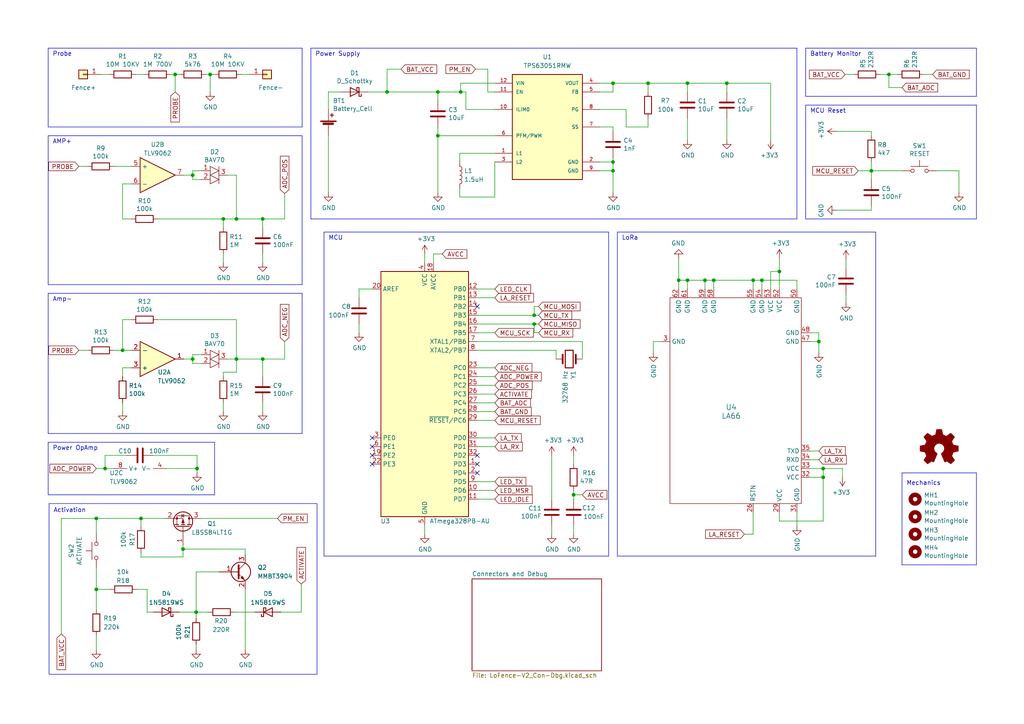
<source format=kicad_sch>
(kicad_sch (version 20230121) (generator eeschema)
  (paper "A4")
  (title_block (title "LoFence V2") (rev "0.2"))
  (junction (at 237.49 99.06))
  (junction (at 64.77 63.5))
  (junction (at 252.73 49.53))
  (junction (at 218.44 81.28))
  (junction (at 187.96 24.13))
  (junction (at 27.94 150.368))
  (junction (at 56.896 177.546))
  (junction (at 177.8 49.53))
  (junction (at 154.94 91.44))
  (junction (at 53.086 159.258))
  (junction (at 68.58 104.14))
  (junction (at 154.94 93.98))
  (junction (at 60.96 21.59))
  (junction (at 50.8 21.59))
  (junction (at 196.85 81.28))
  (junction (at 55.88 104.14))
  (junction (at 207.01 81.28))
  (junction (at 35.56 101.6))
  (junction (at 57.15 135.89))
  (junction (at 226.06 78.74))
  (junction (at 204.47 81.28))
  (junction (at 257.81 21.59))
  (junction (at 55.88 50.8))
  (junction (at 30.48 135.89))
  (junction (at 199.39 81.28))
  (junction (at 127 26.67))
  (junction (at 40.894 150.368))
  (junction (at 177.8 46.99))
  (junction (at 68.58 63.5))
  (junction (at 220.98 81.28))
  (junction (at 76.2 63.5))
  (junction (at 76.2 104.14))
  (junction (at 238.76 138.43))
  (junction (at 166.37 143.51))
  (junction (at 199.39 24.13))
  (junction (at 210.82 24.13))
  (junction (at 112.268 26.67))
  (junction (at 177.8 24.13))
  (junction (at 133.604 26.67))
  (junction (at 27.94 170.942))
  (junction (at 127 39.37))
  (junction (at 238.76 135.89))
  (no_connect (at 138.43 134.62))
  (no_connect (at 138.43 88.9))
  (no_connect (at 107.95 134.62))
  (no_connect (at 138.43 137.16))
  (no_connect (at 138.43 132.08))
  (no_connect (at 107.95 129.54))
  (no_connect (at 107.95 132.08))
  (no_connect (at 107.95 127))
  (wire (pts (xy 156.21 88.9) (xy 154.94 88.9)))
  (wire (pts (xy 112.268 20.066) (xy 112.268 26.67)))
  (wire (pts (xy 168.91 99.06) (xy 168.91 104.14)))
  (polyline (pts (xy 13.97 39.37) (xy 13.97 82.55)))
  (wire (pts (xy 173.99 31.75) (xy 181.61 31.75)))
  (polyline (pts (xy 283.21 163.83) (xy 283.21 137.16)))
  (wire (pts (xy 143.51 46.99) (xy 143.51 57.15)))
  (wire (pts (xy 56.896 177.546) (xy 56.896 179.324)))
  (wire (pts (xy 181.61 36.83) (xy 181.61 31.75)))
  (wire (pts (xy 35.56 63.5) (xy 38.1 63.5)))
  (wire (pts (xy 226.06 148.59) (xy 226.06 151.13)))
  (wire (pts (xy 64.77 116.84) (xy 64.77 119.38)))
  (wire (pts (xy 95.25 26.67) (xy 99.06 26.67)))
  (wire (pts (xy 133.35 46.99) (xy 133.35 44.45)))
  (wire (pts (xy 30.48 132.08) (xy 36.83 132.08)))
  (wire (pts (xy 187.96 24.13) (xy 177.8 24.13)))
  (wire (pts (xy 68.58 92.71) (xy 45.72 92.71)))
  (wire (pts (xy 138.43 142.24) (xy 143.51 142.24)))
  (wire (pts (xy 35.56 101.6) (xy 38.1 101.6)))
  (wire (pts (xy 27.94 150.368) (xy 40.894 150.368)))
  (polyline (pts (xy 283.21 30.48) (xy 283.21 63.5)))
  (wire (pts (xy 166.37 144.78) (xy 166.37 143.51)))
  (wire (pts (xy 204.47 83.82) (xy 204.47 81.28)))
  (wire (pts (xy 38.1 53.34) (xy 35.56 53.34)))
  (polyline (pts (xy 87.63 36.83) (xy 13.97 36.83)))
  (wire (pts (xy 63.5 165.862) (xy 56.896 165.862)))
  (wire (pts (xy 218.44 83.82) (xy 218.44 81.28)))
  (polyline (pts (xy 87.63 13.97) (xy 13.97 13.97)))
  (wire (pts (xy 143.51 86.36) (xy 138.43 86.36)))
  (wire (pts (xy 220.98 83.82) (xy 220.98 81.28)))
  (wire (pts (xy 64.77 76.2) (xy 64.77 73.66)))
  (wire (pts (xy 35.56 101.6) (xy 33.02 101.6)))
  (wire (pts (xy 82.55 56.134) (xy 82.55 63.5)))
  (wire (pts (xy 53.086 157.988) (xy 53.086 159.258)))
  (polyline (pts (xy 233.68 30.48) (xy 283.21 30.48)))
  (wire (pts (xy 207.01 81.28) (xy 204.47 81.28)))
  (wire (pts (xy 55.88 52.07) (xy 55.88 50.8)))
  (wire (pts (xy 76.2 73.66) (xy 76.2 76.2)))
  (wire (pts (xy 252.73 49.53) (xy 252.73 52.07)))
  (wire (pts (xy 66.04 104.14) (xy 68.58 104.14)))
  (polyline (pts (xy 176.53 161.29) (xy 93.98 161.29)))
  (wire (pts (xy 123.19 152.4) (xy 123.19 154.94)))
  (wire (pts (xy 35.56 119.38) (xy 35.56 116.84)))
  (polyline (pts (xy 87.63 125.73) (xy 13.97 125.73)))
  (wire (pts (xy 245.364 87.884) (xy 245.364 85.344)))
  (wire (pts (xy 177.8 26.67) (xy 177.8 24.13)))
  (polyline (pts (xy 283.21 27.94) (xy 233.68 27.94)))
  (wire (pts (xy 133.35 57.15) (xy 133.35 54.61)))
  (wire (pts (xy 30.48 135.89) (xy 30.48 132.08)))
  (wire (pts (xy 199.39 83.82) (xy 199.39 81.28)))
  (wire (pts (xy 44.45 132.08) (xy 57.15 132.08)))
  (wire (pts (xy 76.2 66.04) (xy 76.2 63.5)))
  (wire (pts (xy 173.99 36.83) (xy 177.8 36.83)))
  (wire (pts (xy 64.77 63.5) (xy 64.77 66.04)))
  (wire (pts (xy 207.01 83.82) (xy 207.01 81.28)))
  (wire (pts (xy 138.43 99.06) (xy 168.91 99.06)))
  (polyline (pts (xy 13.97 39.37) (xy 87.63 39.37)))
  (wire (pts (xy 55.88 104.14) (xy 53.34 104.14)))
  (wire (pts (xy 238.76 151.13) (xy 238.76 138.43)))
  (wire (pts (xy 161.29 101.6) (xy 161.29 104.14)))
  (wire (pts (xy 143.51 31.75) (xy 135.128 31.75)))
  (wire (pts (xy 257.81 25.4) (xy 261.62 25.4)))
  (wire (pts (xy 199.39 26.67) (xy 199.39 24.13)))
  (wire (pts (xy 76.2 109.22) (xy 76.2 104.14)))
  (polyline (pts (xy 254 67.31) (xy 179.07 67.31)))
  (polyline (pts (xy 231.14 63.5) (xy 231.14 13.97)))
  (wire (pts (xy 48.26 135.89) (xy 57.15 135.89)))
  (wire (pts (xy 116.332 20.066) (xy 112.268 20.066)))
  (wire (pts (xy 55.88 49.53) (xy 55.88 50.8)))
  (wire (pts (xy 247.65 21.59) (xy 245.11 21.59)))
  (wire (pts (xy 40.894 150.368) (xy 48.006 150.368)))
  (wire (pts (xy 237.49 133.35) (xy 234.95 133.35)))
  (wire (pts (xy 223.52 83.82) (xy 223.52 78.74)))
  (wire (pts (xy 87.376 169.418) (xy 87.376 177.546)))
  (wire (pts (xy 35.56 92.71) (xy 35.56 101.6)))
  (wire (pts (xy 257.81 25.4) (xy 257.81 21.59)))
  (wire (pts (xy 234.95 96.52) (xy 237.49 96.52)))
  (wire (pts (xy 58.42 105.41) (xy 55.88 105.41)))
  (wire (pts (xy 141.478 20.066) (xy 141.478 26.67)))
  (wire (pts (xy 135.128 31.75) (xy 135.128 26.67)))
  (wire (pts (xy 271.78 49.53) (xy 278.13 49.53)))
  (wire (pts (xy 143.51 57.15) (xy 133.35 57.15)))
  (wire (pts (xy 53.086 159.258) (xy 71.12 159.258)))
  (polyline (pts (xy 62.23 128.27) (xy 13.97 128.27)))
  (wire (pts (xy 49.53 21.59) (xy 50.8 21.59)))
  (wire (pts (xy 38.1 106.68) (xy 35.56 106.68)))
  (wire (pts (xy 187.96 34.29) (xy 187.96 36.83)))
  (wire (pts (xy 143.51 127) (xy 138.43 127)))
  (wire (pts (xy 39.37 21.59) (xy 41.91 21.59)))
  (wire (pts (xy 64.77 107.95) (xy 68.58 107.95)))
  (polyline (pts (xy 283.21 63.5) (xy 233.68 63.5)))
  (wire (pts (xy 64.77 63.5) (xy 68.58 63.5)))
  (wire (pts (xy 76.2 104.14) (xy 68.58 104.14)))
  (polyline (pts (xy 231.14 63.5) (xy 90.17 63.5)))
  (wire (pts (xy 143.51 129.54) (xy 138.43 129.54)))
  (wire (pts (xy 143.51 121.92) (xy 138.43 121.92)))
  (polyline (pts (xy 87.63 82.55) (xy 13.97 82.55)))
  (wire (pts (xy 55.88 50.8) (xy 53.34 50.8)))
  (polyline (pts (xy 283.21 27.94) (xy 283.21 13.97)))
  (wire (pts (xy 154.94 88.9) (xy 154.94 91.44)))
  (wire (pts (xy 168.91 143.51) (xy 166.37 143.51)))
  (wire (pts (xy 76.2 104.14) (xy 82.55 104.14)))
  (wire (pts (xy 226.06 74.93) (xy 226.06 78.74)))
  (wire (pts (xy 27.94 184.404) (xy 27.94 188.468)))
  (wire (pts (xy 35.56 106.68) (xy 35.56 109.22)))
  (wire (pts (xy 218.44 81.28) (xy 207.01 81.28)))
  (wire (pts (xy 141.478 26.67) (xy 143.51 26.67)))
  (wire (pts (xy 107.95 83.82) (xy 104.14 83.82)))
  (wire (pts (xy 237.49 130.81) (xy 234.95 130.81)))
  (wire (pts (xy 252.73 49.53) (xy 261.62 49.53)))
  (wire (pts (xy 27.94 164.846) (xy 27.94 170.942)))
  (polyline (pts (xy 179.07 161.29) (xy 179.07 67.31)))
  (wire (pts (xy 199.39 81.28) (xy 196.85 81.28)))
  (wire (pts (xy 56.896 177.546) (xy 60.452 177.546)))
  (wire (pts (xy 196.85 74.93) (xy 196.85 81.28)))
  (wire (pts (xy 125.73 73.66) (xy 125.73 76.2)))
  (wire (pts (xy 215.9 154.94) (xy 218.44 154.94)))
  (wire (pts (xy 238.76 135.89) (xy 238.76 138.43)))
  (wire (pts (xy 237.49 96.52) (xy 237.49 99.06)))
  (polyline (pts (xy 13.97 143.51) (xy 62.23 143.51)))
  (wire (pts (xy 270.51 21.59) (xy 267.97 21.59)))
  (wire (pts (xy 82.55 104.14) (xy 82.55 99.06)))
  (wire (pts (xy 52.07 177.546) (xy 56.896 177.546)))
  (wire (pts (xy 237.49 102.362) (xy 237.49 99.06)))
  (wire (pts (xy 138.43 83.82) (xy 143.51 83.82)))
  (wire (pts (xy 138.43 114.3) (xy 143.51 114.3)))
  (wire (pts (xy 257.81 21.59) (xy 260.35 21.59)))
  (wire (pts (xy 127 26.67) (xy 127 29.21)))
  (wire (pts (xy 156.21 96.52) (xy 154.94 96.52)))
  (wire (pts (xy 25.4 101.6) (xy 22.86 101.6)))
  (wire (pts (xy 53.086 159.258) (xy 53.086 161.544)))
  (wire (pts (xy 58.42 52.07) (xy 55.88 52.07)))
  (polyline (pts (xy 13.97 36.83) (xy 13.97 13.97)))
  (wire (pts (xy 35.56 53.34) (xy 35.56 63.5)))
  (wire (pts (xy 27.94 135.89) (xy 30.48 135.89)))
  (wire (pts (xy 104.14 83.82) (xy 104.14 86.36)))
  (wire (pts (xy 189.484 102.362) (xy 189.484 99.06)))
  (wire (pts (xy 39.624 170.942) (xy 42.672 170.942)))
  (wire (pts (xy 87.376 177.546) (xy 81.534 177.546)))
  (polyline (pts (xy 93.98 67.31) (xy 93.98 161.29)))
  (polyline (pts (xy 90.17 13.97) (xy 90.17 63.5)))
  (polyline (pts (xy 13.97 85.09) (xy 87.63 85.09)))
  (wire (pts (xy 127 36.83) (xy 127 39.37)))
  (wire (pts (xy 123.19 76.2) (xy 123.19 73.66)))
  (polyline (pts (xy 87.63 36.83) (xy 87.63 13.97)))
  (wire (pts (xy 143.51 111.76) (xy 138.43 111.76)))
  (wire (pts (xy 76.2 116.84) (xy 76.2 119.38)))
  (wire (pts (xy 138.43 144.78) (xy 143.51 144.78)))
  (wire (pts (xy 210.82 26.67) (xy 210.82 24.13)))
  (wire (pts (xy 50.8 21.59) (xy 52.07 21.59)))
  (wire (pts (xy 60.96 21.59) (xy 62.23 21.59)))
  (wire (pts (xy 231.14 148.59) (xy 231.14 152.654)))
  (polyline (pts (xy 283.21 137.16) (xy 261.62 137.16)))
  (wire (pts (xy 199.39 24.13) (xy 210.82 24.13)))
  (wire (pts (xy 133.604 24.13) (xy 133.604 26.67)))
  (wire (pts (xy 56.896 186.944) (xy 56.896 188.468)))
  (wire (pts (xy 95.25 39.37) (xy 95.25 55.88)))
  (wire (pts (xy 25.4 48.26) (xy 22.86 48.26)))
  (wire (pts (xy 244.348 135.89) (xy 244.348 138.43)))
  (wire (pts (xy 138.43 96.52) (xy 143.51 96.52)))
  (wire (pts (xy 57.15 135.89) (xy 57.15 137.16)))
  (wire (pts (xy 138.43 101.6) (xy 161.29 101.6)))
  (wire (pts (xy 40.894 161.544) (xy 40.894 160.274)))
  (wire (pts (xy 210.82 34.29) (xy 210.82 40.64)))
  (wire (pts (xy 112.268 26.67) (xy 127 26.67)))
  (wire (pts (xy 42.672 170.942) (xy 42.672 177.546)))
  (wire (pts (xy 71.12 160.782) (xy 71.12 159.258)))
  (wire (pts (xy 234.95 135.89) (xy 238.76 135.89)))
  (wire (pts (xy 173.99 49.53) (xy 177.8 49.53)))
  (wire (pts (xy 252.73 60.96) (xy 252.73 59.69)))
  (wire (pts (xy 187.96 24.13) (xy 199.39 24.13)))
  (wire (pts (xy 57.15 132.08) (xy 57.15 135.89)))
  (polyline (pts (xy 13.97 128.27) (xy 13.97 143.51)))
  (wire (pts (xy 154.94 91.44) (xy 156.21 91.44)))
  (wire (pts (xy 66.04 50.8) (xy 68.58 50.8)))
  (wire (pts (xy 166.37 143.51) (xy 166.37 142.24)))
  (wire (pts (xy 226.06 151.13) (xy 238.76 151.13)))
  (wire (pts (xy 59.69 21.59) (xy 60.96 21.59)))
  (wire (pts (xy 177.8 45.72) (xy 177.8 46.99)))
  (wire (pts (xy 166.37 154.94) (xy 166.37 152.4)))
  (wire (pts (xy 38.1 48.26) (xy 33.02 48.26)))
  (wire (pts (xy 42.672 177.546) (xy 44.45 177.546)))
  (wire (pts (xy 56.896 165.862) (xy 56.896 177.546)))
  (wire (pts (xy 223.52 78.74) (xy 226.06 78.74)))
  (wire (pts (xy 137.922 20.066) (xy 141.478 20.066)))
  (polyline (pts (xy 233.68 27.94) (xy 233.68 13.97)))
  (wire (pts (xy 60.96 26.67) (xy 60.96 21.59)))
  (wire (pts (xy 55.88 102.87) (xy 55.88 104.14)))
  (wire (pts (xy 223.52 24.13) (xy 210.82 24.13)))
  (wire (pts (xy 173.99 24.13) (xy 177.8 24.13)))
  (wire (pts (xy 138.43 139.7) (xy 143.51 139.7)))
  (wire (pts (xy 187.96 26.67) (xy 187.96 24.13)))
  (wire (pts (xy 234.95 138.43) (xy 238.76 138.43)))
  (wire (pts (xy 17.78 183.896) (xy 17.78 150.368)))
  (polyline (pts (xy 13.97 85.09) (xy 13.97 125.73)))
  (wire (pts (xy 68.58 50.8) (xy 68.58 63.5)))
  (wire (pts (xy 199.39 34.29) (xy 199.39 40.64)))
  (wire (pts (xy 160.02 154.94) (xy 160.02 152.4)))
  (wire (pts (xy 76.2 63.5) (xy 82.55 63.5)))
  (wire (pts (xy 68.58 92.71) (xy 68.58 104.14)))
  (polyline (pts (xy 261.62 163.83) (xy 283.21 163.83)))
  (wire (pts (xy 252.73 46.99) (xy 252.73 49.53)))
  (wire (pts (xy 127 39.37) (xy 143.51 39.37)))
  (wire (pts (xy 255.27 21.59) (xy 257.81 21.59)))
  (polyline (pts (xy 87.63 82.55) (xy 87.63 39.37)))
  (wire (pts (xy 58.42 49.53) (xy 55.88 49.53)))
  (wire (pts (xy 223.52 40.64) (xy 223.52 24.13)))
  (wire (pts (xy 166.37 134.62) (xy 166.37 132.08)))
  (wire (pts (xy 95.25 26.67) (xy 95.25 31.75)))
  (wire (pts (xy 143.51 109.22) (xy 138.43 109.22)))
  (wire (pts (xy 245.364 77.724) (xy 245.364 75.184)))
  (wire (pts (xy 27.94 170.942) (xy 27.94 176.784)))
  (wire (pts (xy 143.51 106.68) (xy 138.43 106.68)))
  (wire (pts (xy 237.49 99.06) (xy 234.95 99.06)))
  (wire (pts (xy 71.12 170.942) (xy 71.12 188.468)))
  (wire (pts (xy 252.73 38.1) (xy 252.73 39.37)))
  (polyline (pts (xy 254 67.31) (xy 254 161.29)))
  (wire (pts (xy 154.94 93.98) (xy 156.21 93.98)))
  (wire (pts (xy 104.14 96.52) (xy 104.14 93.98)))
  (wire (pts (xy 177.8 46.99) (xy 177.8 49.53)))
  (wire (pts (xy 29.21 21.59) (xy 31.75 21.59)))
  (wire (pts (xy 143.51 24.13) (xy 133.604 24.13)))
  (wire (pts (xy 68.58 107.95) (xy 68.58 104.14)))
  (wire (pts (xy 238.76 135.89) (xy 244.348 135.89)))
  (wire (pts (xy 64.77 109.22) (xy 64.77 107.95)))
  (wire (pts (xy 160.02 144.78) (xy 160.02 132.08)))
  (wire (pts (xy 177.8 36.83) (xy 177.8 38.1)))
  (polyline (pts (xy 93.98 67.31) (xy 176.53 67.31)))
  (wire (pts (xy 173.99 26.67) (xy 177.8 26.67)))
  (wire (pts (xy 55.88 105.41) (xy 55.88 104.14)))
  (wire (pts (xy 189.484 99.06) (xy 191.77 99.06)))
  (wire (pts (xy 196.85 81.28) (xy 196.85 83.82)))
  (wire (pts (xy 218.44 148.59) (xy 218.44 154.94)))
  (polyline (pts (xy 283.21 13.97) (xy 233.68 13.97)))
  (wire (pts (xy 248.92 49.53) (xy 252.73 49.53)))
  (polyline (pts (xy 62.23 143.51) (xy 62.23 128.27)))
  (wire (pts (xy 143.51 119.38) (xy 138.43 119.38)))
  (wire (pts (xy 173.99 46.99) (xy 177.8 46.99)))
  (wire (pts (xy 58.42 102.87) (xy 55.88 102.87)))
  (wire (pts (xy 30.48 135.89) (xy 33.02 135.89)))
  (wire (pts (xy 125.73 73.66) (xy 128.27 73.66)))
  (wire (pts (xy 127 39.37) (xy 127 55.88)))
  (polyline (pts (xy 233.68 30.48) (xy 233.68 63.5)))
  (wire (pts (xy 138.43 93.98) (xy 154.94 93.98)))
  (wire (pts (xy 50.8 21.59) (xy 50.8 26.67)))
  (wire (pts (xy 187.96 36.83) (xy 181.61 36.83)))
  (wire (pts (xy 231.14 83.82) (xy 231.14 81.28)))
  (wire (pts (xy 40.894 150.368) (xy 40.894 152.654)))
  (wire (pts (xy 32.004 170.942) (xy 27.94 170.942)))
  (polyline (pts (xy 90.17 13.97) (xy 231.14 13.97)))
  (wire (pts (xy 58.166 150.368) (xy 80.518 150.368)))
  (wire (pts (xy 231.14 81.28) (xy 220.98 81.28)))
  (wire (pts (xy 204.47 81.28) (xy 199.39 81.28)))
  (polyline (pts (xy 261.62 137.16) (xy 261.62 163.83)))
  (wire (pts (xy 38.1 92.71) (xy 35.56 92.71)))
  (wire (pts (xy 143.51 116.84) (xy 138.43 116.84)))
  (wire (pts (xy 242.57 60.96) (xy 252.73 60.96)))
  (polyline (pts (xy 176.53 67.31) (xy 176.53 161.29)))
  (wire (pts (xy 154.94 96.52) (xy 154.94 93.98)))
  (wire (pts (xy 27.94 150.368) (xy 27.94 154.686)))
  (wire (pts (xy 242.57 38.1) (xy 252.73 38.1)))
  (wire (pts (xy 133.35 44.45) (xy 143.51 44.45)))
  (wire (pts (xy 69.85 21.59) (xy 72.39 21.59)))
  (wire (pts (xy 177.8 49.53) (xy 177.8 55.88)))
  (wire (pts (xy 278.13 49.53) (xy 278.13 55.88)))
  (wire (pts (xy 17.78 150.368) (xy 27.94 150.368)))
  (polyline (pts (xy 87.63 85.09) (xy 87.63 125.73)))
  (wire (pts (xy 226.06 78.74) (xy 226.06 83.82)))
  (polyline (pts (xy 254 161.29) (xy 179.07 161.29)))
  (wire (pts (xy 133.604 26.67) (xy 135.128 26.67)))
  (wire (pts (xy 68.072 177.546) (xy 73.914 177.546)))
  (wire (pts (xy 106.68 26.67) (xy 112.268 26.67)))
  (wire (pts (xy 220.98 81.28) (xy 218.44 81.28)))
  (wire (pts (xy 45.72 63.5) (xy 64.77 63.5)))
  (wire (pts (xy 76.2 63.5) (xy 68.58 63.5)))
  (wire (pts (xy 127 26.67) (xy 133.604 26.67)))
  (wire (pts (xy 40.894 161.544) (xy 53.086 161.544)))
  (wire (pts (xy 138.43 91.44) (xy 154.94 91.44)))
  (rectangle (start 14.224 146.05) (end 91.948 195.58))
  (text "Power Supply" (at 91.44 16.51 0) (effects (font (size 1.27 1.27)) (justify left bottom)))
  (text "Battery Monitor" (at 234.95 16.51 0) (effects (font (size 1.27 1.27)) (justify left bottom)))
  (text "AMP+" (at 15.24 41.91 0) (effects (font (size 1.27 1.27)) (justify left bottom)))
  (text "MCU" (at 95.25 69.85 0) (effects (font (size 1.27 1.27)) (justify left bottom)))
  (text "Mechanics" (at 262.89 140.97 0) (effects (font (size 1.27 1.27)) (justify left bottom)))
  (text "MCU Reset" (at 234.95 33.02 0) (effects (font (size 1.27 1.27)) (justify left bottom)))
  (text "Activation" (at 15.494 148.844 0) (effects (font (size 1.27 1.27)) (justify left bottom)))
  (text "Power OpAmp" (at 15.24 130.81 0) (effects (font (size 1.27 1.27)) (justify left bottom)))
  (text "LoRa" (at 180.34 69.85 0) (effects (font (size 1.27 1.27)) (justify left bottom)))
  (text "Probe" (at 15.24 16.51 0) (effects (font (size 1.27 1.27)) (justify left bottom)))
  (text "Amp-" (at 15.24 87.63 0) (effects (font (size 1.27 1.27)) (justify left bottom)))
  (global_label "LED_MSR" (shape input) (at 143.51 142.24 0) (property "Intersheetrefs" "${INTERSHEET_REFS}" (effects hide)))
  (global_label "ACTIVATE" (shape input) (at 87.376 169.418 90) (property "Intersheetrefs" "${INTERSHEET_REFS}" (effects hide)))
  (global_label "BAT_ADC" (shape input) (at 143.51 116.84 0) (property "Intersheetrefs" "${INTERSHEET_REFS}" (effects hide)))
  (global_label "ADC_POWER" (shape input) (at 27.94 135.89 180) (property "Intersheetrefs" "${INTERSHEET_REFS}" (effects hide)))
  (global_label "BAT_VCC" (shape input) (at 245.11 21.59 180) (property "Intersheetrefs" "${INTERSHEET_REFS}" (effects hide)))
  (global_label "MCU_RX" (shape input) (at 156.21 96.52 0) (property "Intersheetrefs" "${INTERSHEET_REFS}" (effects hide)))
  (global_label "ADC_POS" (shape input) (at 82.55 56.134 90) (property "Intersheetrefs" "${INTERSHEET_REFS}" (effects hide)))
  (global_label "LA_RESET" (shape input) (at 215.9 154.94 180) (property "Intersheetrefs" "${INTERSHEET_REFS}" (effects hide)))
  (global_label "PROBE" (shape input) (at 22.86 101.6 180) (property "Intersheetrefs" "${INTERSHEET_REFS}" (effects hide)))
  (global_label "LED_TX" (shape input) (at 143.51 139.7 0) (property "Intersheetrefs" "${INTERSHEET_REFS}" (effects hide)))
  (global_label "PM_EN" (shape input) (at 137.922 20.066 180) (property "Intersheetrefs" "${INTERSHEET_REFS}" (effects hide)))
  (global_label "BAT_GND" (shape input) (at 270.51 21.59 0) (property "Intersheetrefs" "${INTERSHEET_REFS}" (effects hide)))
  (global_label "LA_RX" (shape input) (at 143.51 129.54 0) (property "Intersheetrefs" "${INTERSHEET_REFS}" (effects hide)))
  (global_label "BAT_VCC" (shape input) (at 116.332 20.066 0) (property "Intersheetrefs" "${INTERSHEET_REFS}" (effects hide)))
  (global_label "BAT_ADC" (shape input) (at 261.62 25.4 0) (property "Intersheetrefs" "${INTERSHEET_REFS}" (effects hide)))
  (global_label "LED_IDLE" (shape input) (at 143.51 144.78 0) (property "Intersheetrefs" "${INTERSHEET_REFS}" (effects hide)))
  (global_label "AVCC" (shape input) (at 128.27 73.66 0) (property "Intersheetrefs" "${INTERSHEET_REFS}" (effects hide)))
  (global_label "AVCC" (shape input) (at 168.91 143.51 0) (property "Intersheetrefs" "${INTERSHEET_REFS}" (effects hide)))
  (global_label "LA_RESET" (shape input) (at 143.51 86.36 0) (property "Intersheetrefs" "${INTERSHEET_REFS}" (effects hide)))
  (global_label "ADC_NEG" (shape input) (at 82.55 99.06 90) (property "Intersheetrefs" "${INTERSHEET_REFS}" (effects hide)))
  (global_label "MCU_MISO" (shape input) (at 156.21 93.98 0) (property "Intersheetrefs" "${INTERSHEET_REFS}" (effects hide)))
  (global_label "LA_RX" (shape input) (at 237.49 133.35 0) (property "Intersheetrefs" "${INTERSHEET_REFS}" (effects hide)))
  (global_label "ADC_POWER" (shape input) (at 143.51 109.22 0) (property "Intersheetrefs" "${INTERSHEET_REFS}" (effects hide)))
  (global_label "LA_TX" (shape input) (at 237.49 130.81 0) (property "Intersheetrefs" "${INTERSHEET_REFS}" (effects hide)))
  (global_label "MCU_RESET" (shape input) (at 143.51 121.92 0) (property "Intersheetrefs" "${INTERSHEET_REFS}" (effects hide)))
  (global_label "ACTIVATE" (shape input) (at 143.51 114.3 0) (property "Intersheetrefs" "${INTERSHEET_REFS}" (effects hide)))
  (global_label "LED_CLK" (shape input) (at 143.51 83.82 0) (property "Intersheetrefs" "${INTERSHEET_REFS}" (effects hide)))
  (global_label "ADC_POS" (shape input) (at 143.51 111.76 0) (property "Intersheetrefs" "${INTERSHEET_REFS}" (effects hide)))
  (global_label "PM_EN" (shape input) (at 80.518 150.368 0) (property "Intersheetrefs" "${INTERSHEET_REFS}" (effects hide)))
  (global_label "PROBE" (shape input) (at 22.86 48.26 180) (property "Intersheetrefs" "${INTERSHEET_REFS}" (effects hide)))
  (global_label "ADC_NEG" (shape input) (at 143.51 106.68 0) (property "Intersheetrefs" "${INTERSHEET_REFS}" (effects hide)))
  (global_label "PROBE" (shape input) (at 50.8 26.67 270) (property "Intersheetrefs" "${INTERSHEET_REFS}" (effects hide)))
  (global_label "BAT_VCC" (shape input) (at 17.78 183.896 270) (property "Intersheetrefs" "${INTERSHEET_REFS}" (effects hide)))
  (global_label "LA_TX" (shape input) (at 143.51 127 0) (property "Intersheetrefs" "${INTERSHEET_REFS}" (effects hide)))
  (global_label "MCU_RESET" (shape input) (at 248.92 49.53 180) (property "Intersheetrefs" "${INTERSHEET_REFS}" (effects hide)))
  (global_label "MCU_MOSI" (shape input) (at 156.21 88.9 0) (property "Intersheetrefs" "${INTERSHEET_REFS}" (effects hide)))
  (global_label "MCU_SCK" (shape input) (at 143.51 96.52 0) (property "Intersheetrefs" "${INTERSHEET_REFS}" (effects hide)))
  (global_label "MCU_TX" (shape input) (at 156.21 91.44 0) (property "Intersheetrefs" "${INTERSHEET_REFS}" (effects hide)))
  (global_label "BAT_GND" (shape input) (at 143.51 119.38 0) (property "Intersheetrefs" "${INTERSHEET_REFS}" (effects hide)))
  (symbol (lib_id "Connector_Generic:Conn_01x01") (at 24.13 21.59 180) (unit 1)
    (property "Reference" "J1" (effects hide))
    (property "Value" "Fence+" (at 27.94 25.4 0) (effects (justify left)))
    (property "Footprint" "TestPoint:TestPoint_THTPad_4.0x4.0mm_Drill2.0mm" (effects hide))
  )
  (symbol (lib_id "Connector_Generic:Conn_01x01") (at 77.47 21.59 0) (unit 1)
    (property "Reference" "J2" (effects hide))
    (property "Value" "Fence-" (at 74.93 25.4 0) (effects (justify left)))
    (property "Footprint" "TestPoint:TestPoint_THTPad_4.0x4.0mm_Drill2.0mm" (effects hide))
  )
  (symbol (lib_id "ALITECS:TLV9062") (at 45.72 50.8 0) (unit 2)
    (property "Reference" "U2" (at 45.72 41.91 0))
    (property "Value" "TLV9062" (at 45.72 44.45 0))
    (property "Footprint" "Package_SO:SOIC-8_3.9x4.9mm_P1.27mm" (effects hide))
    (property "JLCPCB Part #" "C398355" (effects hide))
    (property "JLCPCB Rotation Offset" "-90" (effects hide))
  )
  (symbol (lib_id "ALITECS:TLV9062") (at 40.64 138.43 90) (mirror x) (unit 3)
    (property "Reference" "U2" (at 31.75 137.16 90) (effects (justify right)))
    (property "Value" "TLV9062" (at 31.75 139.7 90) (effects (justify right)))
    (property "Footprint" "Package_SO:SOIC-8_3.9x4.9mm_P1.27mm" (effects hide))
    (property "JLCPCB Part #" "C398355" (effects hide))
    (property "JLCPCB Rotation Offset" "-90" (effects hide))
  )
  (symbol (lib_id "Device:Battery_Cell") (at 95.25 36.83 0) (unit 1) (in_bom no)
    (property "Reference" "BT1" (at 96.52 29.21 0) (effects (justify left)))
    (property "Value" "Battery_Cell" (at 96.52 31.5214 0) (effects (justify left)))
    (property "Footprint" "ALITECS:18500HolderSMD_x2_BeilaMoo" (effects hide))
  )
  (symbol (lib_id "Device:R") (at 252.73 43.18 0) (unit 1)
    (property "Reference" "R8" (at 254.508 42.0116 0) (effects (justify left)))
    (property "Value" "4k7" (at 254.508 44.323 0) (effects (justify left)))
    (property "Footprint" "Resistor_SMD:R_0603_1608Metric_Pad0.98x0.95mm_HandSolder" (effects hide))
  )
  (symbol (lib_id "Device:C") (at 252.73 55.88 0) (unit 1)
    (property "Reference" "C5" (at 255.651 54.7116 0) (effects (justify left)))
    (property "Value" "100nF" (at 255.651 57.023 0) (effects (justify left)))
    (property "Footprint" "Capacitor_SMD:C_0805_2012Metric_Pad1.18x1.45mm_HandSolder" (effects hide))
  )
  (symbol (lib_id "Device:C") (at 76.2 69.85 0) (unit 1)
    (property "Reference" "C6" (at 79.121 68.6816 0) (effects (justify left)))
    (property "Value" "100nF" (at 79.121 70.993 0) (effects (justify left)))
    (property "Footprint" "Capacitor_SMD:C_0805_2012Metric_Pad1.18x1.45mm_HandSolder" (effects hide))
  )
  (symbol (lib_id "Device:C") (at 127 33.02 0) (unit 1)
    (property "Reference" "C3" (at 129.9972 31.8516 0) (effects (justify left)))
    (property "Value" "10uF" (at 129.9972 34.163 0) (effects (justify left)))
    (property "Footprint" "Capacitor_SMD:C_0805_2012Metric_Pad1.18x1.45mm_HandSolder" (effects hide))
  )
  (symbol (lib_id "lofence-rescue:+3.3V-power") (at 242.57 38.1 90) (unit 1)
    (property "Reference" "#PWR02" (effects hide))
    (property "Value" "+3.3V" (at 238.1758 37.719 0))
  )
  (symbol (lib_id "power:GND") (at 242.57 60.96 270) (unit 1)
    (property "Reference" "#PWR010" (effects hide))
    (property "Value" "GND" (at 238.1758 61.087 0))
  )
  (symbol (lib_id "Device:R") (at 41.91 63.5 270) (unit 1)
    (property "Reference" "R10" (at 41.91 58.2422 90))
    (property "Value" "100k" (at 41.91 60.5536 90))
    (property "Footprint" "Resistor_SMD:R_0603_1608Metric_Pad0.98x0.95mm_HandSolder" (effects hide))
  )
  (symbol (lib_id "Device:R") (at 64.77 69.85 180) (unit 1)
    (property "Reference" "R11" (at 66.548 68.6816 0) (effects (justify right)))
    (property "Value" "1M" (at 66.548 70.993 0) (effects (justify right)))
    (property "Footprint" "Resistor_SMD:R_0603_1608Metric_Pad0.98x0.95mm_HandSolder" (effects hide))
  )
  (symbol (lib_id "power:GND") (at 64.77 76.2 0) (unit 1)
    (property "Reference" "#PWR015" (effects hide))
    (property "Value" "GND" (at 64.897 80.5942 0))
  )
  (symbol (lib_id "power:GND") (at 76.2 76.2 0) (unit 1)
    (property "Reference" "#PWR016" (effects hide))
    (property "Value" "GND" (at 76.327 80.5942 0))
  )
  (symbol (lib_id "Device:R") (at 29.21 48.26 270) (unit 1)
    (property "Reference" "R9" (at 29.21 43.0022 90))
    (property "Value" "100k" (at 29.21 45.3136 90))
    (property "Footprint" "Resistor_SMD:R_0603_1608Metric_Pad0.98x0.95mm_HandSolder" (effects hide))
  )
  (symbol (lib_id "Device:R") (at 29.21 101.6 270) (unit 1)
    (property "Reference" "R13" (at 29.21 96.3422 90))
    (property "Value" "100k" (at 29.21 98.6536 90))
    (property "Footprint" "Resistor_SMD:R_0603_1608Metric_Pad0.98x0.95mm_HandSolder" (effects hide))
  )
  (symbol (lib_id "Device:R") (at 41.91 92.71 270) (unit 1)
    (property "Reference" "R12" (at 41.91 87.4522 90))
    (property "Value" "100k" (at 41.91 89.7636 90))
    (property "Footprint" "Resistor_SMD:R_0603_1608Metric_Pad0.98x0.95mm_HandSolder" (effects hide))
  )
  (symbol (lib_id "Device:R") (at 35.56 113.03 180) (unit 1)
    (property "Reference" "R14" (at 37.338 111.8616 0) (effects (justify right)))
    (property "Value" "100k" (at 37.338 114.173 0) (effects (justify right)))
    (property "Footprint" "Resistor_SMD:R_0603_1608Metric_Pad0.98x0.95mm_HandSolder" (effects hide))
  )
  (symbol (lib_id "power:GND") (at 35.56 119.38 0) (unit 1)
    (property "Reference" "#PWR021" (effects hide))
    (property "Value" "GND" (at 35.687 123.7742 0))
  )
  (symbol (lib_id "Device:R") (at 64.77 113.03 180) (unit 1)
    (property "Reference" "R15" (at 66.548 111.8616 0) (effects (justify right)))
    (property "Value" "1M" (at 66.548 114.173 0) (effects (justify right)))
    (property "Footprint" "Resistor_SMD:R_0603_1608Metric_Pad0.98x0.95mm_HandSolder" (effects hide))
  )
  (symbol (lib_id "Device:C") (at 76.2 113.03 0) (unit 1)
    (property "Reference" "C9" (at 79.121 111.8616 0) (effects (justify left)))
    (property "Value" "100nF" (at 79.121 114.173 0) (effects (justify left)))
    (property "Footprint" "Capacitor_SMD:C_0805_2012Metric_Pad1.18x1.45mm_HandSolder" (effects hide))
  )
  (symbol (lib_id "power:GND") (at 64.77 119.38 0) (unit 1)
    (property "Reference" "#PWR022" (effects hide))
    (property "Value" "GND" (at 64.897 123.7742 0))
  )
  (symbol (lib_id "power:GND") (at 76.2 119.38 0) (unit 1)
    (property "Reference" "#PWR023" (effects hide))
    (property "Value" "GND" (at 76.327 123.7742 0))
  )
  (symbol (lib_id "Device:R") (at 35.56 21.59 270) (unit 1) (in_bom no)
    (property "Reference" "R1" (at 35.56 16.3322 90))
    (property "Value" "10M 10KV" (at 35.56 18.6436 90))
    (property "Footprint" "Resistor_THT:R_Axial_DIN0516_L15.5mm_D5.0mm_P20.32mm_Horizontal" (effects hide))
    (property "TME Order #" "VR68000001005JAC00" (effects hide))
  )
  (symbol (lib_id "Device:R") (at 45.72 21.59 270) (unit 1) (in_bom no)
    (property "Reference" "R2" (at 45.72 16.3322 90))
    (property "Value" "1M 700V" (at 45.72 18.6436 90))
    (property "Footprint" "Resistor_THT:R_Axial_DIN0207_L6.3mm_D2.5mm_P10.16mm_Horizontal" (effects hide))
    (property "TME Order #" "MGR0.25W-1M" (effects hide))
  )
  (symbol (lib_id "Device:R") (at 55.88 21.59 270) (unit 1) (in_bom no)
    (property "Reference" "R3" (at 55.88 16.3322 90))
    (property "Value" "5k76" (at 55.88 18.6436 90))
    (property "Footprint" "Resistor_SMD:R_0805_2012Metric_Pad1.20x1.40mm_HandSolder" (effects hide))
    (property "TME Order #" "RC0805FR-075K76L" (effects hide))
  )
  (symbol (lib_id "Device:R") (at 66.04 21.59 270) (unit 1) (in_bom no)
    (property "Reference" "R4" (at 66.04 16.3322 90))
    (property "Value" "10M 10KV" (at 66.04 18.6436 90))
    (property "Footprint" "Resistor_THT:R_Axial_DIN0516_L15.5mm_D5.0mm_P20.32mm_Horizontal" (effects hide))
    (property "TME Order #" "VR68000001005JAC00" (effects hide))
  )
  (symbol (lib_id "ALITECS:TLV9062") (at 45.72 104.14 0) (mirror x) (unit 1)
    (property "Reference" "U2" (at 45.72 107.95 0) (effects (justify left)))
    (property "Value" "TLV9062" (at 45.72 110.49 0) (effects (justify left)))
    (property "Footprint" "Package_SO:SOIC-8_3.9x4.9mm_P1.27mm" (effects hide))
    (property "JLCPCB Part #" "C398355" (effects hide))
    (property "JLCPCB Rotation Offset" "-90" (effects hide))
  )
  (symbol (lib_id "power:GND") (at 57.15 137.16 0) (unit 1)
    (property "Reference" "#PWR026" (effects hide))
    (property "Value" "GND" (at 57.277 141.5542 0))
  )
  (symbol (lib_id "Device:R") (at 251.46 21.59 270) (unit 1)
    (property "Reference" "R5" (at 250.2916 19.812 0) (effects (justify right)))
    (property "Value" "232R" (at 252.603 19.812 0) (effects (justify right)))
    (property "Footprint" "Resistor_SMD:R_0603_1608Metric_Pad0.98x0.95mm_HandSolder" (effects hide))
    (property "JLCPCB Part #" "C22913" (effects hide))
  )
  (symbol (lib_id "Device:R") (at 264.16 21.59 270) (unit 1)
    (property "Reference" "R6" (at 262.9916 19.812 0) (effects (justify right)))
    (property "Value" "232R" (at 265.303 19.812 0) (effects (justify right)))
    (property "Footprint" "Resistor_SMD:R_0603_1608Metric_Pad0.98x0.95mm_HandSolder" (effects hide))
    (property "JLCPCB Part #" "C22913" (effects hide))
  )
  (symbol (lib_id "ALITECS:LA66_serial-only") (at 212.09 118.11 0) (unit 1) (in_bom no)
    (property "Reference" "U4" (at 212.09 118.11 0) (effects (font (size 1.524 1.524))))
    (property "Value" "LA66" (at 212.09 120.65 0) (effects (font (size 1.524 1.524))))
    (property "Footprint" "ALITECS:LA66_serial-only" (effects hide))
  )
  (symbol (lib_id "power:GND") (at 189.484 102.362 0) (unit 1)
    (property "Reference" "#PWR019" (effects hide))
    (property "Value" "GND" (at 189.611 105.6132 90) (effects (justify right)))
  )
  (symbol (lib_id "power:GND") (at 231.14 152.654 0) (unit 1)
    (property "Reference" "#PWR028" (effects hide))
    (property "Value" "GND" (at 231.267 155.9052 90) (effects (justify right)))
  )
  (symbol (lib_id "power:GND") (at 237.49 102.362 0) (unit 1)
    (property "Reference" "#PWR020" (effects hide))
    (property "Value" "GND" (at 237.617 105.6132 90) (effects (justify right)))
  )
  (symbol (lib_id "power:GND") (at 196.85 74.93 180) (unit 1)
    (property "Reference" "#PWR012" (effects hide))
    (property "Value" "GND" (at 196.723 70.5358 0))
  )
  (symbol (lib_id "MCU_Microchip_ATmega:ATmega328PB-A") (at 123.19 114.3 0) (unit 1)
    (property "Reference" "U3" (at 111.76 151.13 0))
    (property "Value" "ATmega328PB-AU" (at 133.35 151.13 0))
    (property "Footprint" "Package_QFP:TQFP-32_7x7mm_P0.8mm" (effects hide))
    (property "Datasheet" "http://ww1.microchip.com/downloads/en/DeviceDoc/40001906C.pdf" (effects hide))
    (property "JLCPCB Part #" "C132230" (effects hide))
    (property "JLCPCB Rotation Offset" "-90" (effects hide))
  )
  (symbol (lib_id "lofence-rescue:+3.3V-power") (at 123.19 73.66 0) (unit 1)
    (property "Reference" "#PWR011" (effects hide))
    (property "Value" "+3.3V" (at 123.571 69.2658 0))
  )
  (symbol (lib_id "power:GND") (at 123.19 154.94 0) (unit 1)
    (property "Reference" "#PWR029" (effects hide))
    (property "Value" "GND" (at 123.317 159.3342 0))
  )
  (symbol (lib_id "Device:Crystal") (at 165.1 104.14 180) (unit 1)
    (property "Reference" "Y1" (at 166.2684 107.4674 90) (effects (justify left)))
    (property "Value" "32768 Hz" (at 163.957 107.4674 90) (effects (justify left)))
    (property "Footprint" "Crystal:Crystal_SMD_3215-2Pin_3.2x1.5mm" (effects hide))
    (property "JLCPCB Part #" "C32346" (effects hide))
  )
  (symbol (lib_id "Device:C") (at 104.14 90.17 0) (unit 1)
    (property "Reference" "C8" (at 99.06 88.9 0) (effects (justify left)))
    (property "Value" "100nF" (at 95.25 91.44 0) (effects (justify left)))
    (property "Footprint" "Capacitor_SMD:C_0805_2012Metric_Pad1.18x1.45mm_HandSolder" (effects hide))
  )
  (symbol (lib_id "power:GND") (at 104.14 96.52 0) (unit 1)
    (property "Reference" "#PWR018" (effects hide))
    (property "Value" "GND" (at 104.267 100.9142 0))
  )
  (symbol (lib_id "power:GND") (at 60.96 26.67 0) (unit 1)
    (property "Reference" "#PWR01" (effects hide))
    (property "Value" "GND" (at 61.087 31.0642 0))
  )
  (symbol (lib_id "Mechanical:MountingHole") (at 265.43 154.94 0) (unit 1)
    (property "Reference" "MH3" (at 267.97 153.7716 0) (effects (justify left)))
    (property "Value" "MountingHole" (at 267.97 156.083 0) (effects (justify left)))
    (property "Footprint" "MountingHole:MountingHole_3.2mm_M3_DIN965_Pad" (effects hide))
  )
  (symbol (lib_id "lofence-rescue:BAV70LT-kiu") (at 62.23 50.8 0) (unit 1)
    (property "Reference" "D2" (at 62.23 44.069 0))
    (property "Value" "BAV70" (at 62.23 46.3804 0))
    (property "Footprint" "Package_TO_SOT_SMD:SOT-23" (effects hide))
    (property "Datasheet" "https://www.mouser.de/datasheet/2/308/BAV70LT1-D-102760.pdf" (effects hide))
    (property "JLCPCB Part #" "C68978" (effects hide))
    (property "JLCPCB Rotation Offset" "180" (effects hide))
  )
  (symbol (lib_id "lofence-rescue:BAV70LT-kiu") (at 62.23 104.14 0) (unit 1)
    (property "Reference" "D3" (at 62.23 97.409 0))
    (property "Value" "BAV70" (at 62.23 99.7204 0))
    (property "Footprint" "Package_TO_SOT_SMD:SOT-23" (effects hide))
    (property "Datasheet" "https://www.mouser.de/datasheet/2/308/BAV70LT1-D-102760.pdf" (effects hide))
    (property "JLCPCB Part #" "C68978" (effects hide))
    (property "JLCPCB Rotation Offset" "180" (effects hide))
  )
  (symbol (lib_id "Device:C") (at 245.364 81.534 0) (mirror x) (unit 1)
    (property "Reference" "C7" (at 242.4684 80.3656 0) (effects (justify right)))
    (property "Value" "100nF" (at 242.4684 82.677 0) (effects (justify right)))
    (property "Footprint" "Capacitor_SMD:C_0805_2012Metric_Pad1.18x1.45mm_HandSolder" (effects hide))
  )
  (symbol (lib_id "power:GND") (at 245.364 87.884 0) (unit 1)
    (property "Reference" "#PWR017" (effects hide))
    (property "Value" "GND" (at 245.491 92.2782 0))
  )
  (symbol (lib_id "Device:C") (at 210.82 30.48 0) (unit 1)
    (property "Reference" "C2" (at 213.8172 29.3116 0) (effects (justify left)))
    (property "Value" "10uF" (at 213.8172 31.623 0) (effects (justify left)))
    (property "Footprint" "Capacitor_SMD:C_0805_2012Metric_Pad1.18x1.45mm_HandSolder" (effects hide))
  )
  (symbol (lib_id "Device:C") (at 199.39 30.48 0) (unit 1)
    (property "Reference" "C1" (at 202.3872 29.3116 0) (effects (justify left)))
    (property "Value" "10uF" (at 202.3872 31.623 0) (effects (justify left)))
    (property "Footprint" "Capacitor_SMD:C_0805_2012Metric_Pad1.18x1.45mm_HandSolder" (effects hide))
  )
  (symbol (lib_id "Device:R") (at 187.96 30.48 0) (unit 1)
    (property "Reference" "R7" (at 194.31 29.21 0) (effects (justify right)))
    (property "Value" "100k" (at 195.58 31.75 0) (effects (justify right)))
    (property "Footprint" "Resistor_SMD:R_0603_1608Metric_Pad0.98x0.95mm_HandSolder" (effects hide))
  )
  (symbol (lib_id "power:GND") (at 127 55.88 0) (unit 1)
    (property "Reference" "#PWR07" (effects hide))
    (property "Value" "GND" (at 127.127 60.2742 0))
  )
  (symbol (lib_id "Device:C") (at 40.64 132.08 90) (mirror x) (unit 1)
    (property "Reference" "C10" (at 34.29 130.81 90) (effects (justify right)))
    (property "Value" "100nF" (at 43.18 130.81 90) (effects (justify right)))
    (property "Footprint" "Capacitor_SMD:C_0805_2012Metric_Pad1.18x1.45mm_HandSolder" (effects hide))
  )
  (symbol (lib_id "power:GND") (at 95.25 55.88 0) (unit 1)
    (property "Reference" "#PWR06" (effects hide))
    (property "Value" "GND" (at 95.377 60.2742 0))
  )
  (symbol (lib_id "lofence-rescue:+3.3V-power") (at 160.02 132.08 0) (unit 1)
    (property "Reference" "#PWR024" (effects hide))
    (property "Value" "+3.3V" (at 160.401 127.6858 0))
  )
  (symbol (lib_id "power:GND") (at 160.02 154.94 0) (unit 1)
    (property "Reference" "#PWR030" (effects hide))
    (property "Value" "GND" (at 160.147 159.3342 0))
  )
  (symbol (lib_id "Device:C") (at 160.02 148.59 0) (mirror x) (unit 1)
    (property "Reference" "C11" (at 157.1244 147.4216 0) (effects (justify right)))
    (property "Value" "100nF" (at 157.1244 149.733 0) (effects (justify right)))
    (property "Footprint" "Capacitor_SMD:C_0805_2012Metric_Pad1.18x1.45mm_HandSolder" (effects hide))
  )
  (symbol (lib_id "Device:C") (at 166.37 148.59 180) (unit 1)
    (property "Reference" "C12" (at 172.72 147.32 0) (effects (justify left)))
    (property "Value" "100nF" (at 175.26 149.86 0) (effects (justify left)))
    (property "Footprint" "Capacitor_SMD:C_0805_2012Metric_Pad1.18x1.45mm_HandSolder" (effects hide))
  )
  (symbol (lib_id "Device:R") (at 166.37 138.43 0) (unit 1)
    (property "Reference" "R16" (at 168.91 137.16 0) (effects (justify left)))
    (property "Value" "47R" (at 168.148 139.573 0) (effects (justify left)))
    (property "Footprint" "Resistor_SMD:R_0603_1608Metric_Pad0.98x0.95mm_HandSolder" (effects hide))
  )
  (symbol (lib_id "lofence-rescue:+3.3V-power") (at 166.37 132.08 0) (unit 1)
    (property "Reference" "#PWR025" (effects hide))
    (property "Value" "+3.3V" (at 166.751 127.6858 0))
  )
  (symbol (lib_id "power:GND") (at 166.37 154.94 0) (unit 1)
    (property "Reference" "#PWR031" (effects hide))
    (property "Value" "GND" (at 166.497 159.3342 0))
  )
  (symbol (lib_id "power:GND") (at 278.13 55.88 0) (unit 1)
    (property "Reference" "#PWR09" (effects hide))
    (property "Value" "GND" (at 278.257 60.2742 0))
  )
  (symbol (lib_id "lofence-rescue:+3.3V-power") (at 245.364 75.184 0) (unit 1)
    (property "Reference" "#PWR014" (effects hide))
    (property "Value" "+3.3V" (at 245.745 70.7898 0))
  )
  (symbol (lib_id "lofence-rescue:+3.3V-power") (at 244.348 138.43 180) (unit 1)
    (property "Reference" "#PWR027" (effects hide))
    (property "Value" "+3.3V" (at 243.967 142.8242 0))
  )
  (symbol (lib_id "Switch:SW_Push") (at 266.7 49.53 0) (unit 1)
    (property "Reference" "SW1" (at 266.7 42.291 0))
    (property "Value" "RESET" (at 266.7 44.6024 0))
    (property "Footprint" "ALITECS:TS-1187A-B-A-B" (effects hide))
    (property "JLCPCB Part #" "C318884" (effects hide))
  )
  (symbol (lib_id "Mechanical:MountingHole") (at 265.43 144.78 0) (unit 1)
    (property "Reference" "MH1" (at 267.97 143.6116 0) (effects (justify left)))
    (property "Value" "MountingHole" (at 267.97 145.923 0) (effects (justify left)))
    (property "Footprint" "MountingHole:MountingHole_3.2mm_M3_DIN965_Pad" (effects hide))
  )
  (symbol (lib_id "Mechanical:MountingHole") (at 265.43 149.86 0) (unit 1)
    (property "Reference" "MH2" (at 267.97 148.6916 0) (effects (justify left)))
    (property "Value" "MountingHole" (at 267.97 151.003 0) (effects (justify left)))
    (property "Footprint" "MountingHole:MountingHole_3.2mm_M3_DIN965_Pad" (effects hide))
  )
  (symbol (lib_id "Device:R") (at 35.814 170.942 270) (unit 1)
    (property "Reference" "R18" (at 35.687 168.402 90))
    (property "Value" "10k" (at 35.687 165.862 90))
    (property "Footprint" "Resistor_SMD:R_0603_1608Metric_Pad0.98x0.95mm_HandSolder" (effects hide))
  )
  (symbol (lib_id "Diode:1N5819WS") (at 77.724 177.546 0) (mirror x) (unit 1)
    (property "Reference" "D5" (at 77.724 172.212 0))
    (property "Value" "1N5819WS" (at 77.724 174.752 0))
    (property "Footprint" "Diode_SMD:D_SOD-323" (effects hide))
    (property "Datasheet" "https://datasheet.lcsc.com/lcsc/2204281430_Guangdong-Hottech-1N5819WS_C191023.pdf" (effects hide))
    (property "JLCPCB Part #" "C191023" (effects hide))
  )
  (symbol (lib_id "Switch:SW_Push") (at 27.94 159.766 90) (mirror x) (unit 1)
    (property "Reference" "SW2" (at 20.701 159.766 0))
    (property "Value" "ACTIVATE" (at 23.0124 159.766 0))
    (property "Footprint" "ALITECS:TS-1187A-B-A-B" (effects hide))
    (property "JLCPCB Part #" "C318884" (effects hide))
  )
  (symbol (lib_id "Transistor_BJT:MMBT3904") (at 68.58 165.862 0) (unit 1)
    (property "Reference" "Q2" (at 74.676 164.592 0) (effects (justify left)))
    (property "Value" "MMBT3904" (at 74.676 167.132 0) (effects (justify left)))
    (property "Footprint" "Package_TO_SOT_SMD:SOT-23" (effects hide))
    (property "Datasheet" "https://www.onsemi.com/pdf/datasheet/pzt3904-d.pdf" (effects hide))
    (property "JLCPCB Part #" "C20526" (effects hide))
    (property "JLCPCB Rotation Offset" "180" (effects hide))
  )
  (symbol (lib_id "power:GND") (at 56.896 188.468 0) (unit 1)
    (property "Reference" "#PWR041" (effects hide))
    (property "Value" "GND" (at 57.023 192.8622 0))
  )
  (symbol (lib_id "Device:R") (at 64.262 177.546 270) (mirror x) (unit 1)
    (property "Reference" "R20" (at 64.135 180.086 90))
    (property "Value" "220R" (at 64.135 182.626 90))
    (property "Footprint" "Resistor_SMD:R_0603_1608Metric_Pad0.98x0.95mm_HandSolder" (effects hide))
  )
  (symbol (lib_id "Device:R") (at 56.896 183.134 0) (unit 1)
    (property "Reference" "R21" (at 54.356 183.261 90))
    (property "Value" "100k" (at 51.816 183.261 90))
    (property "Footprint" "Resistor_SMD:R_0603_1608Metric_Pad0.98x0.95mm_HandSolder" (effects hide))
  )
  (symbol (lib_id "Device:R") (at 27.94 180.594 0) (unit 1)
    (property "Reference" "R19" (at 29.972 179.324 0) (effects (justify left)))
    (property "Value" "220k" (at 29.972 181.864 0) (effects (justify left)))
    (property "Footprint" "Resistor_SMD:R_0603_1608Metric_Pad0.98x0.95mm_HandSolder" (effects hide))
  )
  (symbol (lib_id "Transistor_FET:BSS83P") (at 53.086 152.908 270) (mirror x) (unit 1)
    (property "Reference" "Q1" (at 61.468 151.892 90))
    (property "Value" "LBSS84LT1G" (at 61.468 154.432 90))
    (property "Footprint" "Package_TO_SOT_SMD:SOT-23" (effects hide))
    (property "Datasheet" "http://www.farnell.com/datasheets/1835997.pdf" (effects hide))
    (property "JLCPCB Part #" "C8492" (effects hide))
    (property "JLCPCB Rotation Offset" "180" (effects hide))
  )
  (symbol (lib_id "power:GND") (at 199.39 40.64 0) (unit 1)
    (property "Reference" "#PWR03" (effects hide))
    (property "Value" "GND" (at 199.517 45.0342 0))
  )
  (symbol (lib_id "power:GND") (at 177.8 55.88 0) (unit 1)
    (property "Reference" "#PWR08" (effects hide))
    (property "Value" "GND" (at 177.927 60.2742 0))
  )
  (symbol (lib_id "Graphic:Logo_Open_Hardware_Small") (at 272.415 130.175 0) (unit 1) (in_bom no) (on_board no)
    (property "Reference" "#SYM1" (effects hide))
    (property "Value" "Logo_Open_Hardware_Small" (effects hide))
    (property "Sim.Enable" "0" (effects hide))
  )
  (symbol (lib_id "Device:R") (at 40.894 156.464 180) (unit 1)
    (property "Reference" "R17" (at 38.354 156.464 90))
    (property "Value" "100k" (at 35.814 156.464 90))
    (property "Footprint" "Resistor_SMD:R_0603_1608Metric_Pad0.98x0.95mm_HandSolder" (effects hide))
  )
  (symbol (lib_id "ALITECS:TPS63051RMW") (at 158.75 36.83 0) (unit 1)
    (property "Reference" "U1" (at 158.75 16.51 0))
    (property "Value" "TPS63051RMW" (at 158.75 19.05 0))
    (property "Footprint" "ALITECS:TPS63051RMW" (effects hide))
    (property "JLCPCB Part #" "C139412" (effects hide))
  )
  (symbol (lib_id "Device:L") (at 133.35 50.8 0) (unit 1)
    (property "Reference" "L1" (at 134.62 49.53 0) (effects (justify left)))
    (property "Value" "1.5uH" (at 134.62 52.07 0) (effects (justify left)))
    (property "Footprint" "Inductor_SMD:L_1008_2520Metric_Pad1.43x2.20mm_HandSolder" (effects hide))
  )
  (symbol (lib_id "power:GND") (at 71.12 188.468 0) (unit 1)
    (property "Reference" "#PWR042" (effects hide))
    (property "Value" "GND" (at 71.247 192.8622 0))
  )
  (symbol (lib_id "Device:C") (at 177.8 41.91 0) (unit 1)
    (property "Reference" "C4" (at 180.7972 40.7416 0) (effects (justify left)))
    (property "Value" "1nF" (at 180.7972 43.053 0) (effects (justify left)))
    (property "Footprint" "Capacitor_SMD:C_0805_2012Metric_Pad1.18x1.45mm_HandSolder" (effects hide))
  )
  (symbol (lib_id "power:GND") (at 210.82 40.64 0) (unit 1)
    (property "Reference" "#PWR04" (effects hide))
    (property "Value" "GND" (at 210.947 45.0342 0))
  )
  (symbol (lib_id "Mechanical:MountingHole") (at 265.43 160.02 0) (unit 1)
    (property "Reference" "MH4" (at 267.97 158.8516 0) (effects (justify left)))
    (property "Value" "MountingHole" (at 267.97 161.163 0) (effects (justify left)))
    (property "Footprint" "MountingHole:MountingHole_3.2mm_M3_DIN965_Pad" (effects hide))
  )
  (symbol (lib_id "Diode:1N5819WS") (at 48.26 177.546 180) (unit 1)
    (property "Reference" "D4" (at 48.26 172.212 0))
    (property "Value" "1N5819WS" (at 48.26 174.752 0))
    (property "Footprint" "Diode_SMD:D_SOD-323" (effects hide))
    (property "Datasheet" "https://datasheet.lcsc.com/lcsc/2204281430_Guangdong-Hottech-1N5819WS_C191023.pdf" (effects hide))
  )
  (symbol (lib_id "power:GND") (at 27.94 188.468 0) (unit 1)
    (property "Reference" "#PWR032" (effects hide))
    (property "Value" "GND" (at 28.067 192.8622 0))
  )
  (symbol (lib_id "Device:D_Schottky") (at 102.87 26.67 180) (unit 1)
    (property "Reference" "D1" (at 102.87 21.1836 0))
    (property "Value" "D_Schottky" (at 102.87 23.495 0))
    (property "Footprint" "Diode_SMD:D_SMA_Handsoldering" (effects hide))
    (property "JLCPCB Part #" "C412437" (effects hide))
  )
  (symbol (lib_id "lofence-rescue:+3.3V-power") (at 223.52 40.64 180) (unit 1)
    (property "Reference" "#PWR05" (effects hide))
    (property "Value" "+3.3V" (at 223.139 45.0342 0))
  )
  (symbol (lib_id "lofence-rescue:+3.3V-power") (at 226.06 74.93 0) (unit 1)
    (property "Reference" "#PWR013" (effects hide))
    (property "Value" "+3.3V" (at 226.441 70.5358 0))
  )
  (sheet (at 136.906 167.894) (size 37.592 26.67) (stroke (width 0.1524))
    (property "Sheetname" "Connectors and Debug" (at 136.906 167.1824 0) (effects (justify left bottom)))
    (property "Sheetfile" "LoFence-V2_Con-Dbg.kicad_sch" (at 136.906 195.1486 0) (effects (justify left top)))
  )
)
</source>
